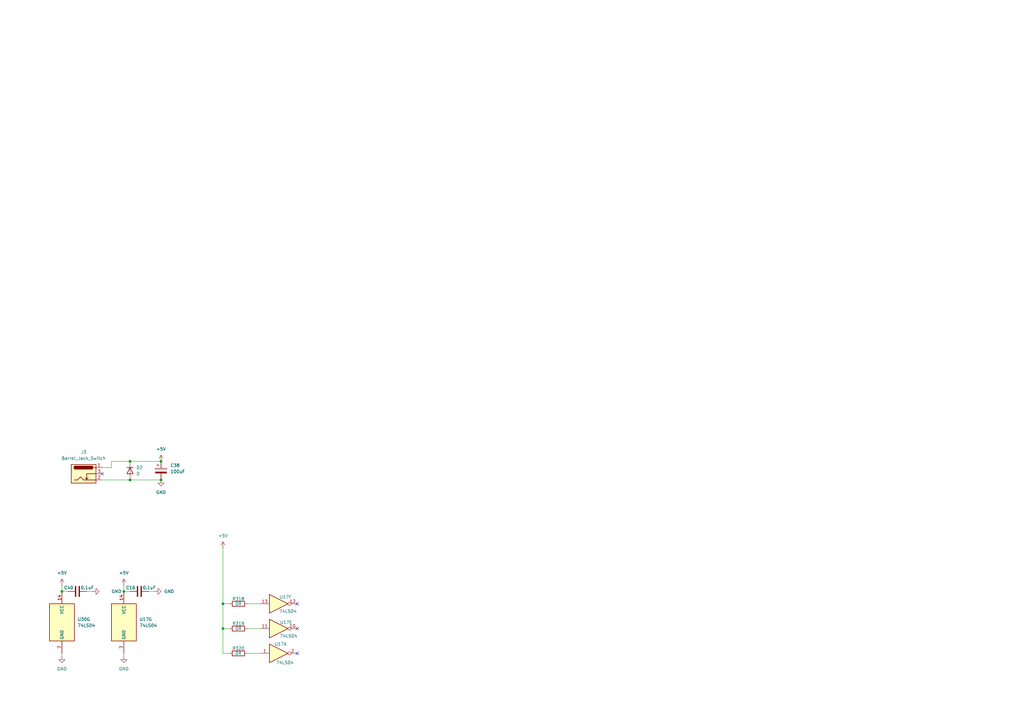
<source format=kicad_sch>
(kicad_sch (version 20250114) (generator "eeschema") (generator_version "9.0")
  (paper "A3")
  (title_block (title "NS32K Timewarp") (date "2025-10-30") (rev "1.1") (company "Dr Electro"))
  (lib_symbols
    (symbol "74xx:74LS04"
      (property "Reference" "U" (at 0 1.27 0))
      (property "Value" "74LS04" (at 0 -1.27 0))
      (symbol "74LS04_1_0"
        (polyline (pts (xy -3.81 3.81) (xy -3.81 -3.81) (xy 3.81 0) (xy -3.81 3.81)) (stroke (width 0.254)) (fill (type background)))
        (pin input line (at -7.62 0 0) (length 3.81) (name "~") (number "1"))
        (pin output inverted (at 7.62 0 180) (length 3.81) (name "~") (number "2"))
      )
      (symbol "74LS04_2_0"
        (polyline (pts (xy -3.81 3.81) (xy -3.81 -3.81) (xy 3.81 0) (xy -3.81 3.81)) (stroke (width 0.254)) (fill (type background)))
        (pin input line (at -7.62 0 0) (length 3.81) (name "~") (number "3"))
        (pin output inverted (at 7.62 0 180) (length 3.81) (name "~") (number "4"))
      )
      (symbol "74LS04_3_0"
        (polyline (pts (xy -3.81 3.81) (xy -3.81 -3.81) (xy 3.81 0) (xy -3.81 3.81)) (stroke (width 0.254)) (fill (type background)))
        (pin input line (at -7.62 0 0) (length 3.81) (name "~") (number "5"))
        (pin output inverted (at 7.62 0 180) (length 3.81) (name "~") (number "6"))
      )
      (symbol "74LS04_4_0"
        (polyline (pts (xy -3.81 3.81) (xy -3.81 -3.81) (xy 3.81 0) (xy -3.81 3.81)) (stroke (width 0.254)) (fill (type background)))
        (pin input line (at -7.62 0 0) (length 3.81) (name "~") (number "9"))
        (pin output inverted (at 7.62 0 180) (length 3.81) (name "~") (number "8"))
      )
      (symbol "74LS04_5_0"
        (polyline (pts (xy -3.81 3.81) (xy -3.81 -3.81) (xy 3.81 0) (xy -3.81 3.81)) (stroke (width 0.254)) (fill (type background)))
        (pin input line (at -7.62 0 0) (length 3.81) (name "~") (number "11"))
        (pin output inverted (at 7.62 0 180) (length 3.81) (name "~") (number "10"))
      )
      (symbol "74LS04_6_0"
        (polyline (pts (xy -3.81 3.81) (xy -3.81 -3.81) (xy 3.81 0) (xy -3.81 3.81)) (stroke (width 0.254)) (fill (type background)))
        (pin input line (at -7.62 0 0) (length 3.81) (name "~") (number "13"))
        (pin output inverted (at 7.62 0 180) (length 3.81) (name "~") (number "12"))
      )
      (symbol "74LS04_7_0"
        (pin power_in line (at 0 12.7 270) (length 5.08) (name "VCC") (number "14"))
        (pin power_in line (at 0 -12.7 90) (length 5.08) (name "GND") (number "7"))
      )
      (symbol "74LS04_7_1"
        (rectangle (start -5.08 7.62) (end 5.08 -7.62) (stroke (width 0.254)) (fill (type background)))
      )
    )
    (symbol "Connector:Barrel_Jack_Switch" (pin_names (hide yes))
      (property "Reference" "J" (at 0 5.334 0))
      (property "Value" "Barrel_Jack_Switch" (at 0 -5.08 0))
      (symbol "Barrel_Jack_Switch_0_1"
        (rectangle (start -5.08 3.81) (end 5.08 -3.81) (stroke (width 0.254)) (fill (type background)))
        (polyline (pts (xy -3.81 -2.54) (xy -2.54 -2.54) (xy -1.27 -1.27) (xy 0 -2.54) (xy 2.54 -2.54) (xy 5.08 -2.54)) (stroke (width 0.254)))
        (arc (start -3.302 1.905) (mid -3.9343 2.54) (end -3.302 3.175) (stroke (width 0.254)))
        (arc (start -3.302 1.905) (mid -3.9343 2.54) (end -3.302 3.175) (stroke (width 0.254)) (fill (type outline)))
        (polyline (pts (xy 1.27 -2.286) (xy 1.905 -1.651)) (stroke (width 0.254)))
        (rectangle (start 3.683 3.175) (end -3.302 1.905) (stroke (width 0.254)) (fill (type outline)))
        (polyline (pts (xy 5.08 2.54) (xy 3.81 2.54)) (stroke (width 0.254)))
        (polyline (pts (xy 5.08 0) (xy 1.27 0) (xy 1.27 -2.286) (xy 0.635 -1.651)) (stroke (width 0.254)))
      )
      (symbol "Barrel_Jack_Switch_1_1"
        (pin passive line (at 7.62 2.54 180) (length 2.54) (name "~") (number "1"))
        (pin passive line (at 7.62 0 180) (length 2.54) (name "~") (number "3"))
        (pin passive line (at 7.62 -2.54 180) (length 2.54) (name "~") (number "2"))
      )
    )
    (symbol "Device:C" (pin_numbers (hide yes)) (pin_names (offset 0.254))
      (property "Reference" "C" (at 0.635 2.54 0))
      (property "Value" "C" (at 0.635 -2.54 0))
      (symbol "C_0_1"
        (polyline (pts (xy -2.032 0.762) (xy 2.032 0.762)) (stroke (width 0.508)))
        (polyline (pts (xy -2.032 -0.762) (xy 2.032 -0.762)) (stroke (width 0.508)))
      )
      (symbol "C_1_1"
        (pin passive line (at 0 3.81 270) (length 2.794) (name "~") (number "1"))
        (pin passive line (at 0 -3.81 90) (length 2.794) (name "~") (number "2"))
      )
    )
    (symbol "Device:C_Polarized" (pin_numbers (hide yes)) (pin_names (offset 0.254))
      (property "Reference" "C" (at 0.635 2.54 0))
      (property "Value" "C_Polarized" (at 0.635 -2.54 0))
      (symbol "C_Polarized_0_1"
        (rectangle (start -2.286 0.508) (end 2.286 1.016))
        (polyline (pts (xy -1.778 2.286) (xy -0.762 2.286)))
        (polyline (pts (xy -1.27 2.794) (xy -1.27 1.778)))
        (rectangle (start 2.286 -0.508) (end -2.286 -1.016) (fill (type outline)))
      )
      (symbol "C_Polarized_1_1"
        (pin passive line (at 0 3.81 270) (length 2.794) (name "~") (number "1"))
        (pin passive line (at 0 -3.81 90) (length 2.794) (name "~") (number "2"))
      )
    )
    (symbol "Device:D" (pin_numbers (hide yes)) (pin_names (offset 1.016) (hide yes))
      (property "Reference" "D" (at 0 2.54 0))
      (property "Value" "D" (at 0 -2.54 0))
      (symbol "D_0_1"
        (polyline (pts (xy -1.27 1.27) (xy -1.27 -1.27)) (stroke (width 0.254)))
        (polyline (pts (xy 1.27 1.27) (xy 1.27 -1.27) (xy -1.27 0) (xy 1.27 1.27)) (stroke (width 0.254)))
        (polyline (pts (xy 1.27 0) (xy -1.27 0)))
      )
      (symbol "D_1_1"
        (pin passive line (at -3.81 0 0) (length 2.54) (name "K") (number "1"))
        (pin passive line (at 3.81 0 180) (length 2.54) (name "A") (number "2"))
      )
    )
    (symbol "Device:R" (pin_numbers (hide yes)) (pin_names (offset 0))
      (property "Reference" "R" (at 2.032 0 90))
      (property "Value" "R" (at 0 0 90))
      (symbol "R_0_1"
        (rectangle (start -1.016 -2.54) (end 1.016 2.54) (stroke (width 0.254)))
      )
      (symbol "R_1_1"
        (pin passive line (at 0 3.81 270) (length 1.27) (name "~") (number "1"))
        (pin passive line (at 0 -3.81 90) (length 1.27) (name "~") (number "2"))
      )
    )
    (symbol "power:+5V" (power) (pin_numbers (hide yes)) (pin_names (offset 0) (hide yes))
      (property "Value" "+5V" (at 0 3.556 0))
      (symbol "+5V_0_1"
        (polyline (pts (xy -0.762 1.27) (xy 0 2.54)))
        (polyline (pts (xy 0 2.54) (xy 0.762 1.27)))
        (polyline (pts (xy 0 0) (xy 0 2.54)))
      )
      (symbol "+5V_1_1"
        (pin power_in line (at 0 0 90) (length 0) (name "~") (number "1"))
      )
    )
    (symbol "power:GND" (power) (pin_numbers (hide yes)) (pin_names (offset 0) (hide yes))
      (property "Value" "GND" (at 0 -3.81 0))
      (symbol "GND_0_1"
        (polyline (pts (xy 0 0) (xy 0 -1.27) (xy 1.27 -1.27) (xy 0 -2.54) (xy -1.27 -1.27) (xy 0 -1.27)))
      )
      (symbol "GND_1_1"
        (pin power_in line (at 0 0 270) (length 0) (name "~") (number "1"))
      )
    )
  )
  (junction (at 53.34 196.85))
  (junction (at 50.8 242.57))
  (junction (at 91.44 257.81))
  (junction (at 66.04 196.85))
  (junction (at 91.44 247.65))
  (junction (at 53.34 189.23))
  (junction (at 66.04 189.23))
  (junction (at 25.4 242.57))
  (no_connect (at 121.92 267.97))
  (no_connect (at 121.92 247.65))
  (no_connect (at 121.92 257.81))
  (no_connect (at 41.91 194.31))
  (wire (pts (xy 50.8 240.03) (xy 50.8 242.57)))
  (wire (pts (xy 45.72 189.23) (xy 53.34 189.23)))
  (wire (pts (xy 25.4 240.03) (xy 25.4 242.57)))
  (wire (pts (xy 101.6 247.65) (xy 106.68 247.65)))
  (wire (pts (xy 60.96 242.57) (xy 63.5 242.57)))
  (wire (pts (xy 101.6 257.81) (xy 106.68 257.81)))
  (wire (pts (xy 101.6 267.97) (xy 106.68 267.97)))
  (wire (pts (xy 25.4 242.57) (xy 27.94 242.57)))
  (wire (pts (xy 45.72 189.23) (xy 45.72 191.77)))
  (wire (pts (xy 91.44 224.79) (xy 91.44 247.65)))
  (wire (pts (xy 91.44 247.65) (xy 93.98 247.65)))
  (wire (pts (xy 91.44 247.65) (xy 91.44 257.81)))
  (wire (pts (xy 25.4 267.97) (xy 25.4 269.24)))
  (wire (pts (xy 91.44 257.81) (xy 93.98 257.81)))
  (wire (pts (xy 35.56 242.57) (xy 38.1 242.57)))
  (wire (pts (xy 41.91 191.77) (xy 45.72 191.77)))
  (wire (pts (xy 53.34 196.85) (xy 66.04 196.85)))
  (wire (pts (xy 50.8 242.57) (xy 53.34 242.57)))
  (wire (pts (xy 41.91 196.85) (xy 53.34 196.85)))
  (wire (pts (xy 91.44 267.97) (xy 93.98 267.97)))
  (wire (pts (xy 53.34 189.23) (xy 66.04 189.23)))
  (wire (pts (xy 91.44 257.81) (xy 91.44 267.97)))
  (wire (pts (xy 50.8 267.97) (xy 50.8 269.24)))
  (symbol (lib_id "power:GND") (at 25.4 269.24 0) (unit 1)
    (property "Reference" "#PWR0117" (effects (hide yes)))
    (property "Value" "GND" (at 25.4 274.32 0))
    (property "Description" "Power symbol creates a global label with name \"GND\" , ground" (effects (hide yes)))
  )
  (symbol (lib_id "power:+5V") (at 66.04 189.23 0) (unit 1)
    (property "Reference" "#PWR0109" (effects (hide yes)))
    (property "Value" "+5V" (at 66.04 184.15 0))
    (property "Description" "Power symbol creates a global label with name \"+5V\"" (effects (hide yes)))
  )
  (symbol (lib_id "Device:D") (at 53.34 193.04 270) (unit 1)
    (property "Reference" "D2" (at 55.88 191.7699 90) (effects (justify left)))
    (property "Value" "D" (at 55.88 194.3099 90) (effects (justify left)))
    (property "Footprint" "Diode_SMD:D_SMA_Handsoldering" (effects (hide yes)))
    (property "Description" "Diode" (effects (hide yes)))
    (property "Sim.Device" "D" (effects (hide yes)))
    (property "Sim.Pins" "1=K 2=A" (effects (hide yes)))
  )
  (symbol (lib_id "Device:R") (at 97.79 247.65 90) (unit 1)
    (property "Reference" "R318" (at 97.79 245.618 90))
    (property "Value" "0R" (at 97.79 247.65 90))
    (property "Footprint" "Resistor_SMD:R_0603_1608Metric_Pad0.98x0.95mm_HandSolder" (effects (hide yes)))
    (property "Description" "Resistor" (effects (hide yes)))
  )
  (symbol (lib_id "Device:C") (at 31.75 242.57 90) (unit 1)
    (property "Reference" "C40" (at 28.194 241.046 90))
    (property "Value" "0.1uF" (at 35.814 241.046 90))
    (property "Footprint" "Capacitor_SMD:C_0603_1608Metric_Pad1.08x0.95mm_HandSolder" (effects (hide yes)))
    (property "Description" "Unpolarized capacitor" (effects (hide yes)))
  )
  (symbol (lib_id "Device:R") (at 97.79 257.81 90) (unit 1)
    (property "Reference" "R319" (at 97.79 255.778 90))
    (property "Value" "0R" (at 97.79 257.81 90))
    (property "Footprint" "Resistor_SMD:R_0603_1608Metric_Pad0.98x0.95mm_HandSolder" (effects (hide yes)))
    (property "Description" "Resistor" (effects (hide yes)))
  )
  (symbol (lib_id "74xx:74LS04") (at 114.3 267.97 0) (unit 1)
    (property "Reference" "U17" (at 115.062 264.16 0))
    (property "Value" "74LS04" (at 116.84 271.78 0))
    (property "Footprint" "Package_DIP:DIP-14_W7.62mm_Socket_LongPads" (effects (hide yes)))
    (property "Datasheet" "http://www.ti.com/lit/gpn/sn74LS04" (effects (hide yes)))
    (property "Description" "Hex Inverter" (effects (hide yes)))
  )
  (symbol (lib_id "Device:C") (at 57.15 242.57 90) (unit 1)
    (property "Reference" "C16" (at 53.594 241.046 90))
    (property "Value" "0.1uF" (at 61.214 241.046 90))
    (property "Footprint" "Capacitor_SMD:C_0603_1608Metric_Pad1.08x0.95mm_HandSolder" (effects (hide yes)))
    (property "Description" "Unpolarized capacitor" (effects (hide yes)))
  )
  (symbol (lib_id "power:+5V") (at 50.8 240.03 0) (unit 1)
    (property "Reference" "#PWR041" (effects (hide yes)))
    (property "Value" "+5V" (at 50.8 234.95 0))
    (property "Description" "Power symbol creates a global label with name \"+5V\"" (effects (hide yes)))
  )
  (symbol (lib_id "Connector:Barrel_Jack_Switch") (at 34.29 194.31 0) (unit 1)
    (property "Reference" "J3" (at 34.29 185.42 0))
    (property "Value" "Barrel_Jack_Switch" (at 34.29 187.96 0))
    (property "Footprint" "Connector_BarrelJack:BarrelJack_CUI_PJ-102AH_Horizontal" (effects (hide yes)))
    (property "Description" "DC Barrel Jack with an internal switch" (effects (hide yes)))
  )
  (symbol (lib_id "power:+5V") (at 25.4 240.03 0) (unit 1)
    (property "Reference" "#PWR0115" (effects (hide yes)))
    (property "Value" "+5V" (at 25.4 234.95 0))
    (property "Description" "Power symbol creates a global label with name \"+5V\"" (effects (hide yes)))
  )
  (symbol (lib_id "power:GND") (at 63.5 242.57 90) (unit 1)
    (property "Reference" "#PWR042" (effects (hide yes)))
    (property "Value" "GND" (at 67.31 242.5699 90) (effects (justify right)))
    (property "Description" "Power symbol creates a global label with name \"GND\" , ground" (effects (hide yes)))
  )
  (symbol (lib_id "power:GND") (at 66.04 196.85 0) (unit 1)
    (property "Reference" "#PWR0108" (effects (hide yes)))
    (property "Value" "GND" (at 66.04 201.93 0))
    (property "Description" "Power symbol creates a global label with name \"GND\" , ground" (effects (hide yes)))
  )
  (symbol (lib_id "power:+5V") (at 91.44 224.79 0) (unit 1)
    (property "Reference" "#PWR0110" (effects (hide yes)))
    (property "Value" "+5V" (at 91.44 219.71 0))
    (property "Description" "Power symbol creates a global label with name \"+5V\"" (effects (hide yes)))
  )
  (symbol (lib_id "Device:R") (at 97.79 267.97 90) (unit 1)
    (property "Reference" "R320" (at 97.79 265.938 90))
    (property "Value" "0R" (at 97.79 267.97 90))
    (property "Footprint" "Resistor_SMD:R_0603_1608Metric_Pad0.98x0.95mm_HandSolder" (effects (hide yes)))
    (property "Description" "Resistor" (effects (hide yes)))
  )
  (symbol (lib_id "74xx:74LS04") (at 114.3 257.81 0) (unit 5)
    (property "Reference" "U17" (at 117.348 255.27 0))
    (property "Value" "74LS04" (at 118.364 260.858 0))
    (property "Footprint" "Package_DIP:DIP-14_W7.62mm_Socket_LongPads" (effects (hide yes)))
    (property "Datasheet" "http://www.ti.com/lit/gpn/sn74LS04" (effects (hide yes)))
    (property "Description" "Hex Inverter" (effects (hide yes)))
  )
  (symbol (lib_id "74xx:74LS04") (at 25.4 255.27 0) (unit 7)
    (property "Reference" "U30" (at 31.75 253.9999 0) (effects (justify left)))
    (property "Value" "74LS04" (at 31.75 256.5399 0) (effects (justify left)))
    (property "Footprint" "Package_DIP:DIP-14_W7.62mm_Socket_LongPads" (effects (hide yes)))
    (property "Datasheet" "http://www.ti.com/lit/gpn/sn74LS04" (effects (hide yes)))
    (property "Description" "Hex Inverter" (effects (hide yes)))
  )
  (symbol (lib_id "Device:C_Polarized") (at 66.04 193.04 0) (unit 1)
    (property "Reference" "C38" (at 69.85 190.8809 0) (effects (justify left)))
    (property "Value" "100uF" (at 69.85 193.4209 0) (effects (justify left)))
    (property "Footprint" "Capacitor_THT:CP_Radial_D10.0mm_P5.00mm" (effects (hide yes)))
    (property "Description" "Polarized capacitor" (effects (hide yes)))
  )
  (symbol (lib_id "power:GND") (at 38.1 242.57 90) (unit 1)
    (property "Reference" "#PWR0116" (effects (hide yes)))
    (property "Value" "GND" (at 45.72 242.5699 90) (effects (justify right)))
    (property "Description" "Power symbol creates a global label with name \"GND\" , ground" (effects (hide yes)))
  )
  (symbol (lib_id "74xx:74LS04") (at 114.3 247.65 0) (unit 6)
    (property "Reference" "U17" (at 117.094 244.856 0))
    (property "Value" "74LS04" (at 118.11 250.698 0))
    (property "Footprint" "Package_DIP:DIP-14_W7.62mm_Socket_LongPads" (effects (hide yes)))
    (property "Datasheet" "http://www.ti.com/lit/gpn/sn74LS04" (effects (hide yes)))
    (property "Description" "Hex Inverter" (effects (hide yes)))
  )
  (symbol (lib_id "power:GND") (at 50.8 269.24 0) (unit 1)
    (property "Reference" "#PWR040" (effects (hide yes)))
    (property "Value" "GND" (at 50.8 274.32 0))
    (property "Description" "Power symbol creates a global label with name \"GND\" , ground" (effects (hide yes)))
  )
  (symbol (lib_id "74xx:74LS04") (at 50.8 255.27 0) (unit 7)
    (property "Reference" "U17" (at 57.15 253.9999 0) (effects (justify left)))
    (property "Value" "74LS04" (at 57.15 256.5399 0) (effects (justify left)))
    (property "Footprint" "Package_DIP:DIP-14_W7.62mm_Socket_LongPads" (effects (hide yes)))
    (property "Datasheet" "http://www.ti.com/lit/gpn/sn74LS04" (effects (hide yes)))
    (property "Description" "Hex Inverter" (effects (hide yes)))
  )
)
</source>
